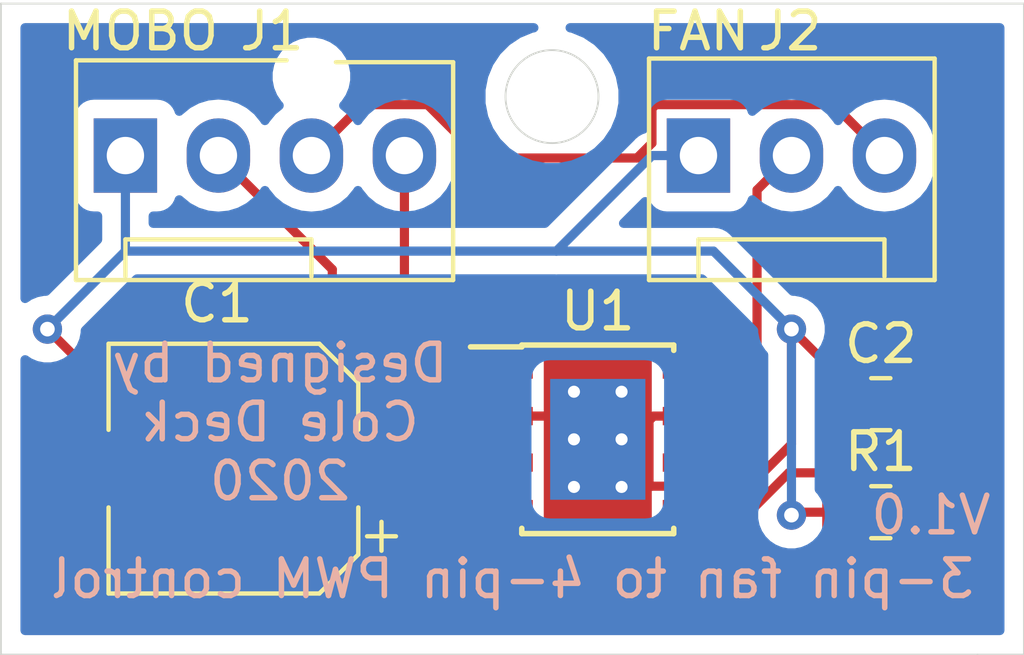
<source format=kicad_pcb>
(kicad_pcb (version 20171130) (host pcbnew 5.1.6)

  (general
    (thickness 1.6)
    (drawings 11)
    (tracks 63)
    (zones 0)
    (modules 6)
    (nets 8)
  )

  (page A4)
  (layers
    (0 F.Cu signal)
    (31 B.Cu signal)
    (32 B.Adhes user)
    (33 F.Adhes user)
    (34 B.Paste user)
    (35 F.Paste user)
    (36 B.SilkS user)
    (37 F.SilkS user)
    (38 B.Mask user)
    (39 F.Mask user)
    (40 Dwgs.User user)
    (41 Cmts.User user)
    (42 Eco1.User user)
    (43 Eco2.User user)
    (44 Edge.Cuts user)
    (45 Margin user)
    (46 B.CrtYd user)
    (47 F.CrtYd user)
    (48 B.Fab user)
    (49 F.Fab user)
  )

  (setup
    (last_trace_width 0.25)
    (trace_clearance 0.25)
    (zone_clearance 0.508)
    (zone_45_only no)
    (trace_min 0.25)
    (via_size 0.8)
    (via_drill 0.4)
    (via_min_size 0.4)
    (via_min_drill 0.3)
    (uvia_size 0.3)
    (uvia_drill 0.1)
    (uvias_allowed no)
    (uvia_min_size 0.2)
    (uvia_min_drill 0.1)
    (edge_width 0.05)
    (segment_width 0.2)
    (pcb_text_width 0.3)
    (pcb_text_size 1.5 1.5)
    (mod_edge_width 0.12)
    (mod_text_size 1 1)
    (mod_text_width 0.15)
    (pad_size 1.524 1.524)
    (pad_drill 0.762)
    (pad_to_mask_clearance 0.0508)
    (solder_mask_min_width 0.101)
    (aux_axis_origin 0 0)
    (visible_elements FFFFFF7F)
    (pcbplotparams
      (layerselection 0x010e0_ffffffff)
      (usegerberextensions false)
      (usegerberattributes true)
      (usegerberadvancedattributes true)
      (creategerberjobfile true)
      (excludeedgelayer true)
      (linewidth 0.100000)
      (plotframeref false)
      (viasonmask false)
      (mode 1)
      (useauxorigin false)
      (hpglpennumber 1)
      (hpglpenspeed 20)
      (hpglpendiameter 15.000000)
      (psnegative false)
      (psa4output false)
      (plotreference true)
      (plotvalue true)
      (plotinvisibletext false)
      (padsonsilk false)
      (subtractmaskfromsilk false)
      (outputformat 1)
      (mirror false)
      (drillshape 0)
      (scaleselection 1)
      (outputdirectory "./"))
  )

  (net 0 "")
  (net 1 "Net-(J1-Pad3)")
  (net 2 "Net-(J1-Pad4)")
  (net 3 "Net-(J2-Pad2)")
  (net 4 "Net-(R1-Pad2)")
  (net 5 GND)
  (net 6 "Net-(C1-Pad1)")
  (net 7 /NC)

  (net_class Default "This is the default net class."
    (clearance 0.25)
    (trace_width 0.25)
    (via_dia 0.8)
    (via_drill 0.4)
    (uvia_dia 0.3)
    (uvia_drill 0.1)
    (diff_pair_width 0.25)
    (diff_pair_gap 0.25)
    (add_net /NC)
    (add_net GND)
    (add_net "Net-(C1-Pad1)")
    (add_net "Net-(J1-Pad3)")
    (add_net "Net-(J1-Pad4)")
    (add_net "Net-(J2-Pad2)")
    (add_net "Net-(R1-Pad2)")
  )

  (module Capacitor_SMD:CP_Elec_6.3x7.7 (layer F.Cu) (tedit 5BCA39D0) (tstamp 5EF53F51)
    (at 146.05 97.79 180)
    (descr "SMD capacitor, aluminum electrolytic, Nichicon, 6.3x7.7mm")
    (tags "capacitor electrolytic")
    (path /5EF5816C)
    (attr smd)
    (fp_text reference C1 (at 0.45 4.52) (layer F.SilkS)
      (effects (font (size 1 1) (thickness 0.15)))
    )
    (fp_text value 22uF (at 0 4.35) (layer F.Fab)
      (effects (font (size 1 1) (thickness 0.15)))
    )
    (fp_text user %R (at 0 0 180) (layer F.Fab)
      (effects (font (size 1 1) (thickness 0.15)))
    )
    (fp_circle (center 0 0) (end 3.15 0) (layer F.Fab) (width 0.1))
    (fp_line (start 3.3 -3.3) (end 3.3 3.3) (layer F.Fab) (width 0.1))
    (fp_line (start -2.3 -3.3) (end 3.3 -3.3) (layer F.Fab) (width 0.1))
    (fp_line (start -2.3 3.3) (end 3.3 3.3) (layer F.Fab) (width 0.1))
    (fp_line (start -3.3 -2.3) (end -3.3 2.3) (layer F.Fab) (width 0.1))
    (fp_line (start -3.3 -2.3) (end -2.3 -3.3) (layer F.Fab) (width 0.1))
    (fp_line (start -3.3 2.3) (end -2.3 3.3) (layer F.Fab) (width 0.1))
    (fp_line (start -2.704838 -1.33) (end -2.074838 -1.33) (layer F.Fab) (width 0.1))
    (fp_line (start -2.389838 -1.645) (end -2.389838 -1.015) (layer F.Fab) (width 0.1))
    (fp_line (start 3.41 3.41) (end 3.41 1.06) (layer F.SilkS) (width 0.12))
    (fp_line (start 3.41 -3.41) (end 3.41 -1.06) (layer F.SilkS) (width 0.12))
    (fp_line (start -2.345563 -3.41) (end 3.41 -3.41) (layer F.SilkS) (width 0.12))
    (fp_line (start -2.345563 3.41) (end 3.41 3.41) (layer F.SilkS) (width 0.12))
    (fp_line (start -3.41 2.345563) (end -3.41 1.06) (layer F.SilkS) (width 0.12))
    (fp_line (start -3.41 -2.345563) (end -3.41 -1.06) (layer F.SilkS) (width 0.12))
    (fp_line (start -3.41 -2.345563) (end -2.345563 -3.41) (layer F.SilkS) (width 0.12))
    (fp_line (start -3.41 2.345563) (end -2.345563 3.41) (layer F.SilkS) (width 0.12))
    (fp_line (start -4.4375 -1.8475) (end -3.65 -1.8475) (layer F.SilkS) (width 0.12))
    (fp_line (start -4.04375 -2.24125) (end -4.04375 -1.45375) (layer F.SilkS) (width 0.12))
    (fp_line (start 3.55 -3.55) (end 3.55 -1.05) (layer F.CrtYd) (width 0.05))
    (fp_line (start 3.55 -1.05) (end 4.7 -1.05) (layer F.CrtYd) (width 0.05))
    (fp_line (start 4.7 -1.05) (end 4.7 1.05) (layer F.CrtYd) (width 0.05))
    (fp_line (start 4.7 1.05) (end 3.55 1.05) (layer F.CrtYd) (width 0.05))
    (fp_line (start 3.55 1.05) (end 3.55 3.55) (layer F.CrtYd) (width 0.05))
    (fp_line (start -2.4 3.55) (end 3.55 3.55) (layer F.CrtYd) (width 0.05))
    (fp_line (start -2.4 -3.55) (end 3.55 -3.55) (layer F.CrtYd) (width 0.05))
    (fp_line (start -3.55 2.4) (end -2.4 3.55) (layer F.CrtYd) (width 0.05))
    (fp_line (start -3.55 -2.4) (end -2.4 -3.55) (layer F.CrtYd) (width 0.05))
    (fp_line (start -3.55 -2.4) (end -3.55 -1.05) (layer F.CrtYd) (width 0.05))
    (fp_line (start -3.55 1.05) (end -3.55 2.4) (layer F.CrtYd) (width 0.05))
    (fp_line (start -3.55 -1.05) (end -4.7 -1.05) (layer F.CrtYd) (width 0.05))
    (fp_line (start -4.7 -1.05) (end -4.7 1.05) (layer F.CrtYd) (width 0.05))
    (fp_line (start -4.7 1.05) (end -3.55 1.05) (layer F.CrtYd) (width 0.05))
    (pad 2 smd roundrect (at 2.7 0 180) (size 3.5 1.6) (layers F.Cu F.Paste F.Mask) (roundrect_rratio 0.15625)
      (net 5 GND))
    (pad 1 smd roundrect (at -2.7 0 180) (size 3.5 1.6) (layers F.Cu F.Paste F.Mask) (roundrect_rratio 0.15625)
      (net 6 "Net-(C1-Pad1)"))
    (model ${KISYS3DMOD}/Capacitor_SMD.3dshapes/CP_Elec_6.3x7.7.wrl
      (at (xyz 0 0 0))
      (scale (xyz 1 1 1))
      (rotate (xyz 0 0 0))
    )
  )

  (module Package_SO:Texas_HTSOP-8-1EP_3.9x4.9mm_P1.27mm_EP2.95x4.9mm_Mask2.4x3.1mm_ThermalVias (layer F.Cu) (tedit 5B0C20CF) (tstamp 5EF53FD3)
    (at 156 96.99)
    (descr "8-pin HTSOP package with 1.27mm pin pitch, compatible with SOIC-8, 3.9x4.9mm body, exposed pad, thermal vias, http://www.ti.com/lit/ds/symlink/drv8870.pdf")
    (tags "HTSOP 1.27")
    (path /5EF4C84C)
    (solder_mask_margin 0.07)
    (attr smd)
    (fp_text reference U1 (at 0 -3.5) (layer F.SilkS)
      (effects (font (size 1 1) (thickness 0.15)))
    )
    (fp_text value DRV8871DDA (at 0 3.5) (layer F.Fab)
      (effects (font (size 1 1) (thickness 0.15)))
    )
    (fp_line (start -2.075 -2.525) (end -3.475 -2.525) (layer F.SilkS) (width 0.15))
    (fp_line (start -2.075 2.575) (end 2.075 2.575) (layer F.SilkS) (width 0.15))
    (fp_line (start -2.075 -2.575) (end 2.075 -2.575) (layer F.SilkS) (width 0.15))
    (fp_line (start -2.075 2.575) (end -2.075 2.43) (layer F.SilkS) (width 0.15))
    (fp_line (start 2.075 2.575) (end 2.075 2.43) (layer F.SilkS) (width 0.15))
    (fp_line (start 2.075 -2.575) (end 2.075 -2.43) (layer F.SilkS) (width 0.15))
    (fp_line (start -2.075 -2.575) (end -2.075 -2.525) (layer F.SilkS) (width 0.15))
    (fp_line (start -4.2 2.75) (end 4.2 2.75) (layer F.CrtYd) (width 0.05))
    (fp_line (start -4.2 -2.75) (end 4.2 -2.75) (layer F.CrtYd) (width 0.05))
    (fp_line (start 4.2 -2.75) (end 4.2 2.75) (layer F.CrtYd) (width 0.05))
    (fp_line (start -4.2 -2.75) (end -4.2 2.75) (layer F.CrtYd) (width 0.05))
    (fp_line (start -1.95 -1.45) (end -0.95 -2.45) (layer F.Fab) (width 0.15))
    (fp_line (start -1.95 2.45) (end -1.95 -1.45) (layer F.Fab) (width 0.15))
    (fp_line (start 1.95 2.45) (end -1.95 2.45) (layer F.Fab) (width 0.15))
    (fp_line (start 1.95 -2.45) (end 1.95 2.45) (layer F.Fab) (width 0.15))
    (fp_line (start -0.95 -2.45) (end 1.95 -2.45) (layer F.Fab) (width 0.15))
    (fp_text user %R (at 0 0) (layer F.Fab)
      (effects (font (size 0.9 0.9) (thickness 0.135)))
    )
    (pad 9 thru_hole circle (at 0.65 1.3) (size 0.63 0.63) (drill 0.33) (layers *.Cu *.Mask)
      (net 5 GND))
    (pad 9 thru_hole circle (at -0.65 1.3) (size 0.63 0.63) (drill 0.33) (layers *.Cu *.Mask)
      (net 5 GND))
    (pad 9 thru_hole circle (at 0.65 -1.3) (size 0.63 0.63) (drill 0.33) (layers *.Cu *.Mask)
      (net 5 GND))
    (pad 9 thru_hole circle (at 0.65 0) (size 0.63 0.63) (drill 0.33) (layers *.Cu *.Mask)
      (net 5 GND))
    (pad 9 thru_hole circle (at -0.65 0) (size 0.63 0.63) (drill 0.33) (layers *.Cu *.Mask)
      (net 5 GND))
    (pad 9 thru_hole circle (at -0.65 -1.3) (size 0.63 0.63) (drill 0.33) (layers *.Cu *.Mask)
      (net 5 GND))
    (pad 9 smd rect (at 0 0) (size 2.95 4.9) (layers F.Cu)
      (net 5 GND))
    (pad 8 smd rect (at 2.875 -1.905) (size 2.2 0.5) (layers F.Cu F.Paste F.Mask)
      (net 7 /NC))
    (pad 7 smd rect (at 2.875 -0.635) (size 2.2 0.5) (layers F.Cu F.Paste F.Mask)
      (net 5 GND))
    (pad 6 smd rect (at 2.875 0.635) (size 2.2 0.5) (layers F.Cu F.Paste F.Mask)
      (net 3 "Net-(J2-Pad2)"))
    (pad 5 smd rect (at 2.875 1.905) (size 2.2 0.5) (layers F.Cu F.Paste F.Mask)
      (net 6 "Net-(C1-Pad1)"))
    (pad 4 smd rect (at -2.875 1.905) (size 2.2 0.5) (layers F.Cu F.Paste F.Mask)
      (net 4 "Net-(R1-Pad2)"))
    (pad 3 smd rect (at -2.875 0.635) (size 2.2 0.5) (layers F.Cu F.Paste F.Mask)
      (net 2 "Net-(J1-Pad4)"))
    (pad 2 smd rect (at -2.875 -0.635) (size 2.2 0.5) (layers F.Cu F.Paste F.Mask)
      (net 5 GND))
    (pad 1 smd rect (at -2.875 -1.905) (size 2.2 0.5) (layers F.Cu F.Paste F.Mask)
      (net 5 GND))
    (pad 9 smd rect (at 0 0) (size 2.6 3.3) (layers B.Cu)
      (net 5 GND))
    (pad "" smd rect (at 0 0) (size 2.4 3.1) (layers F.Mask))
    (pad "" smd rect (at 0 0) (size 2.4 3.1) (layers F.Paste))
    (model ${KISYS3DMOD}/Package_SO.3dshapes/Texas_HTSOP-8-1EP_3.9x4.9mm_P1.27mm_EP2.85x4.9mm_Mask2.4x3.1mm_ThermalVias.wrl
      (at (xyz 0 0 0))
      (scale (xyz 1 1 1))
      (rotate (xyz 0 0 0))
    )
  )

  (module Resistor_SMD:R_0805_2012Metric_Pad1.15x1.40mm_HandSolder (layer F.Cu) (tedit 5B36C52B) (tstamp 5EF53FAC)
    (at 163.73 98.98)
    (descr "Resistor SMD 0805 (2012 Metric), square (rectangular) end terminal, IPC_7351 nominal with elongated pad for handsoldering. (Body size source: https://docs.google.com/spreadsheets/d/1BsfQQcO9C6DZCsRaXUlFlo91Tg2WpOkGARC1WS5S8t0/edit?usp=sharing), generated with kicad-footprint-generator")
    (tags "resistor handsolder")
    (path /5EF53253)
    (attr smd)
    (fp_text reference R1 (at 0 -1.65) (layer F.SilkS)
      (effects (font (size 1 1) (thickness 0.15)))
    )
    (fp_text value 30k (at 0 1.65) (layer F.Fab)
      (effects (font (size 1 1) (thickness 0.15)))
    )
    (fp_line (start 1.85 0.95) (end -1.85 0.95) (layer F.CrtYd) (width 0.05))
    (fp_line (start 1.85 -0.95) (end 1.85 0.95) (layer F.CrtYd) (width 0.05))
    (fp_line (start -1.85 -0.95) (end 1.85 -0.95) (layer F.CrtYd) (width 0.05))
    (fp_line (start -1.85 0.95) (end -1.85 -0.95) (layer F.CrtYd) (width 0.05))
    (fp_line (start -0.261252 0.71) (end 0.261252 0.71) (layer F.SilkS) (width 0.12))
    (fp_line (start -0.261252 -0.71) (end 0.261252 -0.71) (layer F.SilkS) (width 0.12))
    (fp_line (start 1 0.6) (end -1 0.6) (layer F.Fab) (width 0.1))
    (fp_line (start 1 -0.6) (end 1 0.6) (layer F.Fab) (width 0.1))
    (fp_line (start -1 -0.6) (end 1 -0.6) (layer F.Fab) (width 0.1))
    (fp_line (start -1 0.6) (end -1 -0.6) (layer F.Fab) (width 0.1))
    (fp_text user %R (at 0 0) (layer F.Fab)
      (effects (font (size 0.5 0.5) (thickness 0.08)))
    )
    (pad 2 smd roundrect (at 1.025 0) (size 1.15 1.4) (layers F.Cu F.Paste F.Mask) (roundrect_rratio 0.217391)
      (net 4 "Net-(R1-Pad2)"))
    (pad 1 smd roundrect (at -1.025 0) (size 1.15 1.4) (layers F.Cu F.Paste F.Mask) (roundrect_rratio 0.217391)
      (net 5 GND))
    (model ${KISYS3DMOD}/Resistor_SMD.3dshapes/R_0805_2012Metric.wrl
      (at (xyz 0 0 0))
      (scale (xyz 1 1 1))
      (rotate (xyz 0 0 0))
    )
  )

  (module Connector:FanPinHeader_1x03_P2.54mm_Vertical (layer F.Cu) (tedit 5A19DCDF) (tstamp 5EF53F9B)
    (at 158.75 89.24)
    (descr "3-pin CPU fan Through hole pin header, see http://www.formfactors.org/developer%5Cspecs%5Crev1_2_public.pdf")
    (tags "pin header 3-pin CPU fan")
    (path /5EF5B9F5)
    (fp_text reference J2 (at 2.5 -3.4) (layer F.SilkS)
      (effects (font (size 1 1) (thickness 0.15)))
    )
    (fp_text value Conn_01x03 (at 2.55 4.5) (layer F.Fab)
      (effects (font (size 1 1) (thickness 0.15)))
    )
    (fp_line (start 6.85 -3.05) (end 6.85 3.8) (layer F.CrtYd) (width 0.05))
    (fp_line (start 6.85 -3.05) (end -1.75 -3.05) (layer F.CrtYd) (width 0.05))
    (fp_line (start -1.75 3.8) (end 6.85 3.8) (layer F.CrtYd) (width 0.05))
    (fp_line (start -1.75 3.8) (end -1.75 -3.05) (layer F.CrtYd) (width 0.05))
    (fp_line (start 5.08 2.29) (end 5.08 3.3) (layer F.SilkS) (width 0.12))
    (fp_line (start 0 2.29) (end 5.08 2.29) (layer F.SilkS) (width 0.12))
    (fp_line (start 0 3.3) (end 0 2.29) (layer F.SilkS) (width 0.12))
    (fp_line (start 6.35 3.3) (end -1.25 3.3) (layer F.Fab) (width 0.1))
    (fp_line (start 6.35 -2.55) (end 6.35 3.3) (layer F.Fab) (width 0.1))
    (fp_line (start -1.25 -2.55) (end 6.35 -2.55) (layer F.Fab) (width 0.1))
    (fp_line (start -1.25 3.3) (end -1.25 -2.55) (layer F.Fab) (width 0.1))
    (fp_line (start 0 2.3) (end 0 3.3) (layer F.Fab) (width 0.1))
    (fp_line (start 5.05 2.3) (end 0 2.3) (layer F.Fab) (width 0.1))
    (fp_line (start 5.05 3.3) (end 5.05 2.3) (layer F.Fab) (width 0.1))
    (fp_line (start 6.45 3.4) (end -1.35 3.4) (layer F.SilkS) (width 0.12))
    (fp_line (start 6.45 -2.65) (end 6.45 3.4) (layer F.SilkS) (width 0.12))
    (fp_line (start -1.35 -2.65) (end 6.45 -2.65) (layer F.SilkS) (width 0.12))
    (fp_line (start -1.35 3.4) (end -1.35 -2.65) (layer F.SilkS) (width 0.12))
    (fp_text user %R (at 2.45 1.8) (layer F.Fab)
      (effects (font (size 1 1) (thickness 0.15)))
    )
    (pad 3 thru_hole oval (at 5.08 0 90) (size 2.03 1.73) (drill 1.02) (layers *.Cu *.Mask)
      (net 1 "Net-(J1-Pad3)"))
    (pad 2 thru_hole oval (at 2.54 0 90) (size 2.03 1.73) (drill 1.02) (layers *.Cu *.Mask)
      (net 3 "Net-(J2-Pad2)"))
    (pad 1 thru_hole rect (at 0 0 90) (size 2.03 1.73) (drill 1.02) (layers *.Cu *.Mask)
      (net 5 GND))
    (model ${KISYS3DMOD}/Connector.3dshapes/FanPinHeader_1x03_P2.54mm_Vertical.wrl
      (at (xyz 0 0 0))
      (scale (xyz 1 1 1))
      (rotate (xyz 0 0 0))
    )
  )

  (module Connector:FanPinHeader_1x04_P2.54mm_Vertical (layer F.Cu) (tedit 5A19DE55) (tstamp 5EF53F81)
    (at 143.1 89.24)
    (descr "4-pin CPU fan Through hole pin header, e.g. for Wieson part number 2366C888-007 Molex 47053-1000, Foxconn HF27040-M1, Tyco 1470947-1 or equivalent, see http://www.formfactors.org/developer%5Cspecs%5Crev1_2_public.pdf")
    (tags "pin header 4-pin CPU fan")
    (path /5EF55347)
    (fp_text reference J1 (at 4 -3.4) (layer F.SilkS)
      (effects (font (size 1 1) (thickness 0.15)))
    )
    (fp_text value Conn_01x04 (at 4.05 4.35) (layer F.Fab)
      (effects (font (size 1 1) (thickness 0.15)))
    )
    (fp_line (start 9.35 -3.2) (end 9.35 3.8) (layer F.CrtYd) (width 0.05))
    (fp_line (start 9.35 -3.2) (end -1.75 -3.2) (layer F.CrtYd) (width 0.05))
    (fp_line (start -1.75 3.8) (end 9.35 3.8) (layer F.CrtYd) (width 0.05))
    (fp_line (start -1.75 3.8) (end -1.75 -3.2) (layer F.CrtYd) (width 0.05))
    (fp_line (start 5.08 2.29) (end 5.08 3.3) (layer F.SilkS) (width 0.12))
    (fp_line (start 0 2.29) (end 5.08 2.29) (layer F.SilkS) (width 0.12))
    (fp_line (start 0 3.3) (end 0 2.29) (layer F.SilkS) (width 0.12))
    (fp_line (start -1.25 -2.5) (end 4.4 -2.5) (layer F.Fab) (width 0.1))
    (fp_line (start -1.25 3.3) (end -1.25 -2.5) (layer F.Fab) (width 0.1))
    (fp_line (start -1.2 3.3) (end -1.25 3.3) (layer F.Fab) (width 0.1))
    (fp_line (start 8.85 3.3) (end -1.2 3.3) (layer F.Fab) (width 0.1))
    (fp_line (start 8.85 -2.5) (end 8.85 3.3) (layer F.Fab) (width 0.1))
    (fp_line (start 5.75 -2.5) (end 8.85 -2.5) (layer F.Fab) (width 0.1))
    (fp_line (start 0 2.3) (end 0 3.3) (layer F.Fab) (width 0.1))
    (fp_line (start 5.1 2.3) (end 0 2.3) (layer F.Fab) (width 0.1))
    (fp_line (start 5.1 3.3) (end 5.1 2.3) (layer F.Fab) (width 0.1))
    (fp_line (start -1.35 3.4) (end -1.35 -2.6) (layer F.SilkS) (width 0.12))
    (fp_line (start 8.95 3.4) (end -1.35 3.4) (layer F.SilkS) (width 0.12))
    (fp_line (start 8.95 -2.55) (end 8.95 3.4) (layer F.SilkS) (width 0.12))
    (fp_line (start 5.75 -2.55) (end 8.95 -2.55) (layer F.SilkS) (width 0.12))
    (fp_line (start -1.35 -2.6) (end 4.4 -2.6) (layer F.SilkS) (width 0.12))
    (fp_text user %R (at 1.85 -1.75) (layer F.Fab)
      (effects (font (size 1 1) (thickness 0.15)))
    )
    (pad "" np_thru_hole circle (at 5.08 -2.16 90) (size 1.1 1.1) (drill 1.1) (layers *.Cu *.Mask))
    (pad 4 thru_hole oval (at 7.62 0 90) (size 2.03 1.73) (drill 1.02) (layers *.Cu *.Mask)
      (net 2 "Net-(J1-Pad4)"))
    (pad 3 thru_hole oval (at 5.08 0 90) (size 2.03 1.73) (drill 1.02) (layers *.Cu *.Mask)
      (net 1 "Net-(J1-Pad3)"))
    (pad 2 thru_hole oval (at 2.54 0 90) (size 2.03 1.73) (drill 1.02) (layers *.Cu *.Mask)
      (net 6 "Net-(C1-Pad1)"))
    (pad 1 thru_hole rect (at 0 0 90) (size 2.03 1.73) (drill 1.02) (layers *.Cu *.Mask)
      (net 5 GND))
    (model ${KISYS3DMOD}/Connector.3dshapes/FanPinHeader_1x04_P2.54mm_Vertical.wrl
      (at (xyz 0 0 0))
      (scale (xyz 1 1 1))
      (rotate (xyz 0 0 0))
    )
  )

  (module Capacitor_SMD:C_0805_2012Metric_Pad1.15x1.40mm_HandSolder (layer F.Cu) (tedit 5B36C52B) (tstamp 5EF53F62)
    (at 163.73 96.03)
    (descr "Capacitor SMD 0805 (2012 Metric), square (rectangular) end terminal, IPC_7351 nominal with elongated pad for handsoldering. (Body size source: https://docs.google.com/spreadsheets/d/1BsfQQcO9C6DZCsRaXUlFlo91Tg2WpOkGARC1WS5S8t0/edit?usp=sharing), generated with kicad-footprint-generator")
    (tags "capacitor handsolder")
    (path /5EF55235)
    (attr smd)
    (fp_text reference C2 (at 0 -1.65) (layer F.SilkS)
      (effects (font (size 1 1) (thickness 0.15)))
    )
    (fp_text value 0.1uF (at 0 1.65) (layer F.Fab)
      (effects (font (size 1 1) (thickness 0.15)))
    )
    (fp_line (start 1.85 0.95) (end -1.85 0.95) (layer F.CrtYd) (width 0.05))
    (fp_line (start 1.85 -0.95) (end 1.85 0.95) (layer F.CrtYd) (width 0.05))
    (fp_line (start -1.85 -0.95) (end 1.85 -0.95) (layer F.CrtYd) (width 0.05))
    (fp_line (start -1.85 0.95) (end -1.85 -0.95) (layer F.CrtYd) (width 0.05))
    (fp_line (start -0.261252 0.71) (end 0.261252 0.71) (layer F.SilkS) (width 0.12))
    (fp_line (start -0.261252 -0.71) (end 0.261252 -0.71) (layer F.SilkS) (width 0.12))
    (fp_line (start 1 0.6) (end -1 0.6) (layer F.Fab) (width 0.1))
    (fp_line (start 1 -0.6) (end 1 0.6) (layer F.Fab) (width 0.1))
    (fp_line (start -1 -0.6) (end 1 -0.6) (layer F.Fab) (width 0.1))
    (fp_line (start -1 0.6) (end -1 -0.6) (layer F.Fab) (width 0.1))
    (fp_text user %R (at 0 0) (layer F.Fab)
      (effects (font (size 0.5 0.5) (thickness 0.08)))
    )
    (pad 2 smd roundrect (at 1.025 0) (size 1.15 1.4) (layers F.Cu F.Paste F.Mask) (roundrect_rratio 0.217391)
      (net 6 "Net-(C1-Pad1)"))
    (pad 1 smd roundrect (at -1.025 0) (size 1.15 1.4) (layers F.Cu F.Paste F.Mask) (roundrect_rratio 0.217391)
      (net 5 GND))
    (model ${KISYS3DMOD}/Capacitor_SMD.3dshapes/C_0805_2012Metric.wrl
      (at (xyz 0 0 0))
      (scale (xyz 1 1 1))
      (rotate (xyz 0 0 0))
    )
  )

  (gr_text V1.0 (at 165.1 99.06) (layer B.SilkS)
    (effects (font (size 1 1) (thickness 0.15)) (justify mirror))
  )
  (gr_text "Designed by\nCole Deck\n2020" (at 147.32 96.52) (layer B.SilkS)
    (effects (font (size 1 1) (thickness 0.15)) (justify mirror))
  )
  (gr_text "3-pin fan to 4-pin PWM control" (at 153.67 100.8) (layer B.SilkS)
    (effects (font (size 1 1) (thickness 0.15)) (justify mirror))
  )
  (gr_text FAN (at 158.75 85.84) (layer F.SilkS)
    (effects (font (size 1 1) (thickness 0.15)))
  )
  (gr_text MOBO (at 143.51 85.84) (layer F.SilkS)
    (effects (font (size 1 1) (thickness 0.15)))
  )
  (gr_circle (center 154.75 87.63) (end 156.02 87.63) (layer Edge.Cuts) (width 0.05))
  (gr_line (start 167.64 85.09) (end 139.7 85.09) (layer Edge.Cuts) (width 0.05) (tstamp 5EF541C8))
  (gr_line (start 167.64 102.87) (end 167.64 85.09) (layer Edge.Cuts) (width 0.05))
  (gr_line (start 166.37 102.87) (end 167.64 102.87) (layer Edge.Cuts) (width 0.05))
  (gr_line (start 139.7 102.87) (end 166.37 102.87) (layer Edge.Cuts) (width 0.05))
  (gr_line (start 139.7 85.09) (end 139.7 102.87) (layer Edge.Cuts) (width 0.05))

  (segment (start 148.18 89.24) (end 148.18 89.39) (width 0.25) (layer F.Cu) (net 1))
  (segment (start 149.57001 87.84999) (end 151.34999 87.84999) (width 0.25) (layer F.Cu) (net 1))
  (segment (start 148.18 89.24) (end 149.57001 87.84999) (width 0.25) (layer F.Cu) (net 1))
  (segment (start 152.806703 89.306703) (end 157.073297 89.306703) (width 0.25) (layer F.Cu) (net 1))
  (segment (start 151.34999 87.84999) (end 152.806703 89.306703) (width 0.25) (layer F.Cu) (net 1))
  (segment (start 157.073297 89.306703) (end 157.48 88.9) (width 0.25) (layer F.Cu) (net 1))
  (segment (start 162.43999 87.84999) (end 163.83 89.24) (width 0.25) (layer F.Cu) (net 1))
  (segment (start 157.585008 87.84999) (end 162.43999 87.84999) (width 0.25) (layer F.Cu) (net 1))
  (segment (start 157.48 87.954998) (end 157.585008 87.84999) (width 0.25) (layer F.Cu) (net 1))
  (segment (start 157.48 88.9) (end 157.48 87.954998) (width 0.25) (layer F.Cu) (net 1))
  (segment (start 150.72 96.57) (end 151.775 97.625) (width 0.25) (layer F.Cu) (net 2))
  (segment (start 151.775 97.625) (end 153.125 97.625) (width 0.25) (layer F.Cu) (net 2))
  (segment (start 150.72 89.39) (end 150.72 96.57) (width 0.25) (layer F.Cu) (net 2))
  (segment (start 159.630002 97.625) (end 158.875 97.625) (width 0.25) (layer F.Cu) (net 3))
  (segment (start 160.350001 96.905001) (end 159.630002 97.625) (width 0.25) (layer F.Cu) (net 3))
  (segment (start 161.29 89.24) (end 161.620001 89.570001) (width 0.25) (layer F.Cu) (net 3))
  (segment (start 160.350001 90.179999) (end 161.29 89.24) (width 0.25) (layer F.Cu) (net 3))
  (segment (start 160.350001 96.905001) (end 160.350001 90.179999) (width 0.25) (layer F.Cu) (net 3))
  (segment (start 164.755 98.98) (end 164.755 99.405) (width 0.25) (layer F.Cu) (net 4))
  (segment (start 164.755 99.405) (end 163.83 100.33) (width 0.25) (layer F.Cu) (net 4))
  (segment (start 153.304998 98.895) (end 153.125 98.895) (width 0.25) (layer F.Cu) (net 4))
  (segment (start 154.739998 100.33) (end 153.304998 98.895) (width 0.25) (layer F.Cu) (net 4))
  (segment (start 163.83 100.33) (end 154.739998 100.33) (width 0.25) (layer F.Cu) (net 4))
  (segment (start 143.35 97.79) (end 143.51 97.79) (width 0.25) (layer F.Cu) (net 5))
  (via (at 140.97 93.98) (size 0.8) (drill 0.4) (layers F.Cu B.Cu) (net 5))
  (segment (start 143.1 91.85) (end 140.97 93.98) (width 0.25) (layer B.Cu) (net 5))
  (segment (start 143.1 89.39) (end 143.1 91.85) (width 0.25) (layer B.Cu) (net 5))
  (segment (start 140.97 93.98) (end 143.35 96.36) (width 0.25) (layer F.Cu) (net 5))
  (segment (start 154.87 91.85) (end 143.1 91.85) (width 0.25) (layer B.Cu) (net 5))
  (segment (start 157.48 89.24) (end 154.87 91.85) (width 0.25) (layer B.Cu) (net 5))
  (segment (start 162.705 95.395) (end 161.29 93.98) (width 0.25) (layer F.Cu) (net 5))
  (via (at 161.29 93.98) (size 0.8) (drill 0.4) (layers F.Cu B.Cu) (net 5))
  (segment (start 162.705 96.03) (end 162.705 95.395) (width 0.25) (layer F.Cu) (net 5))
  (segment (start 159.16 91.85) (end 154.87 91.85) (width 0.25) (layer B.Cu) (net 5))
  (segment (start 161.29 93.98) (end 159.16 91.85) (width 0.25) (layer B.Cu) (net 5))
  (segment (start 161.29 97.12288) (end 161.29 93.98) (width 0.25) (layer F.Cu) (net 5))
  (segment (start 160.142881 98.269999) (end 161.29 97.12288) (width 0.25) (layer F.Cu) (net 5))
  (segment (start 157.474999 98.269999) (end 160.142881 98.269999) (width 0.25) (layer F.Cu) (net 5))
  (segment (start 157.399999 98.194999) (end 157.474999 98.269999) (width 0.25) (layer F.Cu) (net 5))
  (segment (start 157.399999 96.480001) (end 157.399999 98.194999) (width 0.25) (layer F.Cu) (net 5))
  (segment (start 157.525 96.355) (end 157.399999 96.480001) (width 0.25) (layer F.Cu) (net 5))
  (segment (start 158.875 96.355) (end 157.525 96.355) (width 0.25) (layer F.Cu) (net 5))
  (segment (start 153.125 96.355) (end 153.125 95.085) (width 0.25) (layer F.Cu) (net 5))
  (segment (start 155.365 96.355) (end 156 96.99) (width 0.25) (layer F.Cu) (net 5))
  (segment (start 153.125 96.355) (end 155.365 96.355) (width 0.25) (layer F.Cu) (net 5))
  (via (at 161.29 99.06) (size 0.8) (drill 0.4) (layers F.Cu B.Cu) (net 5))
  (segment (start 161.37 98.98) (end 161.29 99.06) (width 0.25) (layer F.Cu) (net 5))
  (segment (start 162.705 98.98) (end 161.37 98.98) (width 0.25) (layer F.Cu) (net 5))
  (segment (start 161.29 99.06) (end 161.29 93.98) (width 0.25) (layer B.Cu) (net 5))
  (segment (start 143.35 98.05) (end 143.8 98.5) (width 0.25) (layer F.Cu) (net 5))
  (segment (start 143.35 96.36) (end 143.35 98.05) (width 0.25) (layer F.Cu) (net 5))
  (segment (start 157.48 89.24) (end 158.75 89.24) (width 0.25) (layer B.Cu) (net 5))
  (segment (start 160.225 98.895) (end 158.875 98.895) (width 0.25) (layer F.Cu) (net 6))
  (segment (start 161.21501 97.90499) (end 160.225 98.895) (width 0.25) (layer F.Cu) (net 6))
  (segment (start 162.88001 97.90499) (end 161.21501 97.90499) (width 0.25) (layer F.Cu) (net 6))
  (segment (start 164.755 96.03) (end 162.88001 97.90499) (width 0.25) (layer F.Cu) (net 6))
  (segment (start 165.70501 99.68889) (end 164.56389 100.83001) (width 0.25) (layer F.Cu) (net 6))
  (segment (start 165.70501 96.98001) (end 165.70501 99.68889) (width 0.25) (layer F.Cu) (net 6))
  (segment (start 164.755 96.03) (end 165.70501 96.98001) (width 0.25) (layer F.Cu) (net 6))
  (segment (start 151.79001 100.83001) (end 148.75 97.79) (width 0.25) (layer F.Cu) (net 6))
  (segment (start 164.56389 100.83001) (end 151.79001 100.83001) (width 0.25) (layer F.Cu) (net 6))
  (segment (start 148.75 92.35) (end 145.64 89.24) (width 0.25) (layer F.Cu) (net 6))
  (segment (start 148.75 97.79) (end 148.75 92.35) (width 0.25) (layer F.Cu) (net 6))

  (zone (net 0) (net_name "") (layer B.Cu) (tstamp 5EF5416F) (hatch edge 0.508)
    (connect_pads (clearance 0.508))
    (min_thickness 0.254)
    (fill yes (arc_segments 32) (thermal_gap 0.508) (thermal_bridge_width 0.508) (smoothing chamfer))
    (polygon
      (pts
        (xy 167.64 102.87) (xy 139.7 102.87) (xy 139.7 85.09) (xy 167.64 85.09)
      )
    )
    (filled_polygon
      (pts
        (xy 154.183945 85.763966) (xy 153.830776 85.910254) (xy 153.512933 86.12263) (xy 153.24263 86.392933) (xy 153.030254 86.710776)
        (xy 152.883966 87.063945) (xy 152.80939 87.438867) (xy 152.80939 87.821133) (xy 152.883966 88.196055) (xy 153.030254 88.549224)
        (xy 153.24263 88.867067) (xy 153.512933 89.13737) (xy 153.830776 89.349746) (xy 154.183945 89.496034) (xy 154.558867 89.57061)
        (xy 154.941133 89.57061) (xy 155.316055 89.496034) (xy 155.669224 89.349746) (xy 155.987067 89.13737) (xy 156.25737 88.867067)
        (xy 156.469746 88.549224) (xy 156.616034 88.196055) (xy 156.69061 87.821133) (xy 156.69061 87.438867) (xy 156.616034 87.063945)
        (xy 156.469746 86.710776) (xy 156.25737 86.392933) (xy 155.987067 86.12263) (xy 155.669224 85.910254) (xy 155.316055 85.763966)
        (xy 155.245843 85.75) (xy 166.980001 85.75) (xy 166.98 102.21) (xy 140.36 102.21) (xy 140.36 95.34)
        (xy 154.061928 95.34) (xy 154.061928 98.64) (xy 154.074188 98.764482) (xy 154.110498 98.88418) (xy 154.169463 98.994494)
        (xy 154.248815 99.091185) (xy 154.345506 99.170537) (xy 154.45582 99.229502) (xy 154.575518 99.265812) (xy 154.7 99.278072)
        (xy 157.3 99.278072) (xy 157.424482 99.265812) (xy 157.54418 99.229502) (xy 157.654494 99.170537) (xy 157.751185 99.091185)
        (xy 157.830537 98.994494) (xy 157.889502 98.88418) (xy 157.925812 98.764482) (xy 157.938072 98.64) (xy 157.938072 95.34)
        (xy 157.925812 95.215518) (xy 157.889502 95.09582) (xy 157.830537 94.985506) (xy 157.751185 94.888815) (xy 157.654494 94.809463)
        (xy 157.54418 94.750498) (xy 157.424482 94.714188) (xy 157.3 94.701928) (xy 154.7 94.701928) (xy 154.575518 94.714188)
        (xy 154.45582 94.750498) (xy 154.345506 94.809463) (xy 154.248815 94.888815) (xy 154.169463 94.985506) (xy 154.110498 95.09582)
        (xy 154.074188 95.215518) (xy 154.061928 95.34) (xy 140.36 95.34) (xy 140.36 94.817195) (xy 140.479744 94.897205)
        (xy 140.668102 94.975226) (xy 140.868061 95.015) (xy 141.071939 95.015) (xy 141.271898 94.975226) (xy 141.460256 94.897205)
        (xy 141.629774 94.783937) (xy 141.773937 94.639774) (xy 141.887205 94.470256) (xy 141.965226 94.281898) (xy 142.005 94.081939)
        (xy 142.005 94.019801) (xy 143.414802 92.61) (xy 154.832678 92.61) (xy 154.87 92.613676) (xy 154.907322 92.61)
        (xy 158.845199 92.61) (xy 160.255 94.019802) (xy 160.255 94.081939) (xy 160.294774 94.281898) (xy 160.372795 94.470256)
        (xy 160.486063 94.639774) (xy 160.530001 94.683712) (xy 160.53 98.356289) (xy 160.486063 98.400226) (xy 160.372795 98.569744)
        (xy 160.294774 98.758102) (xy 160.255 98.958061) (xy 160.255 99.161939) (xy 160.294774 99.361898) (xy 160.372795 99.550256)
        (xy 160.486063 99.719774) (xy 160.630226 99.863937) (xy 160.799744 99.977205) (xy 160.988102 100.055226) (xy 161.188061 100.095)
        (xy 161.391939 100.095) (xy 161.591898 100.055226) (xy 161.780256 99.977205) (xy 161.949774 99.863937) (xy 162.093937 99.719774)
        (xy 162.207205 99.550256) (xy 162.285226 99.361898) (xy 162.325 99.161939) (xy 162.325 98.958061) (xy 162.285226 98.758102)
        (xy 162.207205 98.569744) (xy 162.093937 98.400226) (xy 162.05 98.356289) (xy 162.05 94.683711) (xy 162.093937 94.639774)
        (xy 162.207205 94.470256) (xy 162.285226 94.281898) (xy 162.325 94.081939) (xy 162.325 93.878061) (xy 162.285226 93.678102)
        (xy 162.207205 93.489744) (xy 162.093937 93.320226) (xy 161.949774 93.176063) (xy 161.780256 93.062795) (xy 161.591898 92.984774)
        (xy 161.391939 92.945) (xy 161.329802 92.945) (xy 159.723804 91.339003) (xy 159.700001 91.309999) (xy 159.584276 91.215026)
        (xy 159.452247 91.144454) (xy 159.308986 91.100997) (xy 159.197333 91.09) (xy 159.197322 91.09) (xy 159.16 91.086324)
        (xy 159.122678 91.09) (xy 156.704802 91.09) (xy 157.295541 90.499261) (xy 157.354463 90.609494) (xy 157.433815 90.706185)
        (xy 157.530506 90.785537) (xy 157.64082 90.844502) (xy 157.760518 90.880812) (xy 157.885 90.893072) (xy 159.615 90.893072)
        (xy 159.739482 90.880812) (xy 159.85918 90.844502) (xy 159.969494 90.785537) (xy 160.066185 90.706185) (xy 160.145537 90.609494)
        (xy 160.204502 90.49918) (xy 160.21943 90.44997) (xy 160.224208 90.455792) (xy 160.452614 90.643238) (xy 160.713199 90.782524)
        (xy 160.99595 90.868295) (xy 161.29 90.897257) (xy 161.584051 90.868295) (xy 161.866802 90.782524) (xy 162.127387 90.643238)
        (xy 162.355792 90.455792) (xy 162.543238 90.227387) (xy 162.56 90.196028) (xy 162.576762 90.227387) (xy 162.764208 90.455792)
        (xy 162.992614 90.643238) (xy 163.253199 90.782524) (xy 163.53595 90.868295) (xy 163.83 90.897257) (xy 164.124051 90.868295)
        (xy 164.406802 90.782524) (xy 164.667387 90.643238) (xy 164.895792 90.455792) (xy 165.083238 90.227387) (xy 165.222524 89.966801)
        (xy 165.308295 89.68405) (xy 165.33 89.463679) (xy 165.33 89.01632) (xy 165.308295 88.795949) (xy 165.222524 88.513198)
        (xy 165.083238 88.252613) (xy 164.895792 88.024208) (xy 164.667386 87.836762) (xy 164.406801 87.697476) (xy 164.12405 87.611705)
        (xy 163.83 87.582743) (xy 163.535949 87.611705) (xy 163.253198 87.697476) (xy 162.992613 87.836762) (xy 162.764208 88.024208)
        (xy 162.576762 88.252614) (xy 162.56 88.283973) (xy 162.543238 88.252613) (xy 162.355792 88.024208) (xy 162.127386 87.836762)
        (xy 161.866801 87.697476) (xy 161.58405 87.611705) (xy 161.29 87.582743) (xy 160.995949 87.611705) (xy 160.713198 87.697476)
        (xy 160.452613 87.836762) (xy 160.224208 88.024208) (xy 160.21943 88.03003) (xy 160.204502 87.98082) (xy 160.145537 87.870506)
        (xy 160.066185 87.773815) (xy 159.969494 87.694463) (xy 159.85918 87.635498) (xy 159.739482 87.599188) (xy 159.615 87.586928)
        (xy 157.885 87.586928) (xy 157.760518 87.599188) (xy 157.64082 87.635498) (xy 157.530506 87.694463) (xy 157.433815 87.773815)
        (xy 157.354463 87.870506) (xy 157.295498 87.98082) (xy 157.259188 88.100518) (xy 157.246928 88.225) (xy 157.246928 88.516504)
        (xy 157.187753 88.534454) (xy 157.055724 88.605026) (xy 157.055722 88.605027) (xy 157.055723 88.605027) (xy 156.968996 88.676201)
        (xy 156.968992 88.676205) (xy 156.939999 88.699999) (xy 156.916205 88.728992) (xy 154.555199 91.09) (xy 143.86 91.09)
        (xy 143.86 90.893072) (xy 143.965 90.893072) (xy 144.089482 90.880812) (xy 144.20918 90.844502) (xy 144.319494 90.785537)
        (xy 144.416185 90.706185) (xy 144.495537 90.609494) (xy 144.554502 90.49918) (xy 144.56943 90.44997) (xy 144.574208 90.455792)
        (xy 144.802614 90.643238) (xy 145.063199 90.782524) (xy 145.34595 90.868295) (xy 145.64 90.897257) (xy 145.934051 90.868295)
        (xy 146.216802 90.782524) (xy 146.477387 90.643238) (xy 146.705792 90.455792) (xy 146.893238 90.227387) (xy 146.91 90.196028)
        (xy 146.926762 90.227387) (xy 147.114208 90.455792) (xy 147.342614 90.643238) (xy 147.603199 90.782524) (xy 147.88595 90.868295)
        (xy 148.18 90.897257) (xy 148.474051 90.868295) (xy 148.756802 90.782524) (xy 149.017387 90.643238) (xy 149.245792 90.455792)
        (xy 149.433238 90.227387) (xy 149.45 90.196028) (xy 149.466762 90.227387) (xy 149.654208 90.455792) (xy 149.882614 90.643238)
        (xy 150.143199 90.782524) (xy 150.42595 90.868295) (xy 150.72 90.897257) (xy 151.014051 90.868295) (xy 151.296802 90.782524)
        (xy 151.557387 90.643238) (xy 151.785792 90.455792) (xy 151.973238 90.227387) (xy 152.112524 89.966801) (xy 152.198295 89.68405)
        (xy 152.22 89.463679) (xy 152.22 89.01632) (xy 152.198295 88.795949) (xy 152.112524 88.513198) (xy 151.973238 88.252613)
        (xy 151.785792 88.024208) (xy 151.557386 87.836762) (xy 151.296801 87.697476) (xy 151.01405 87.611705) (xy 150.72 87.582743)
        (xy 150.425949 87.611705) (xy 150.143198 87.697476) (xy 149.882613 87.836762) (xy 149.654208 88.024208) (xy 149.466762 88.252614)
        (xy 149.45 88.283973) (xy 149.433238 88.252613) (xy 149.245792 88.024208) (xy 149.062257 87.873587) (xy 149.10045 87.835394)
        (xy 149.230134 87.641308) (xy 149.319461 87.425652) (xy 149.365 87.196712) (xy 149.365 86.963288) (xy 149.319461 86.734348)
        (xy 149.230134 86.518692) (xy 149.10045 86.324606) (xy 148.935394 86.15955) (xy 148.741308 86.029866) (xy 148.525652 85.940539)
        (xy 148.296712 85.895) (xy 148.063288 85.895) (xy 147.834348 85.940539) (xy 147.618692 86.029866) (xy 147.424606 86.15955)
        (xy 147.25955 86.324606) (xy 147.129866 86.518692) (xy 147.040539 86.734348) (xy 146.995 86.963288) (xy 146.995 87.196712)
        (xy 147.040539 87.425652) (xy 147.129866 87.641308) (xy 147.25955 87.835394) (xy 147.297742 87.873586) (xy 147.114208 88.024208)
        (xy 146.926762 88.252614) (xy 146.91 88.283973) (xy 146.893238 88.252613) (xy 146.705792 88.024208) (xy 146.477386 87.836762)
        (xy 146.216801 87.697476) (xy 145.93405 87.611705) (xy 145.64 87.582743) (xy 145.345949 87.611705) (xy 145.063198 87.697476)
        (xy 144.802613 87.836762) (xy 144.574208 88.024208) (xy 144.56943 88.03003) (xy 144.554502 87.98082) (xy 144.495537 87.870506)
        (xy 144.416185 87.773815) (xy 144.319494 87.694463) (xy 144.20918 87.635498) (xy 144.089482 87.599188) (xy 143.965 87.586928)
        (xy 142.235 87.586928) (xy 142.110518 87.599188) (xy 141.99082 87.635498) (xy 141.880506 87.694463) (xy 141.783815 87.773815)
        (xy 141.704463 87.870506) (xy 141.645498 87.98082) (xy 141.609188 88.100518) (xy 141.596928 88.225) (xy 141.596928 90.255)
        (xy 141.609188 90.379482) (xy 141.645498 90.49918) (xy 141.704463 90.609494) (xy 141.783815 90.706185) (xy 141.880506 90.785537)
        (xy 141.99082 90.844502) (xy 142.110518 90.880812) (xy 142.235 90.893072) (xy 142.340001 90.893072) (xy 142.340001 91.535197)
        (xy 140.930199 92.945) (xy 140.868061 92.945) (xy 140.668102 92.984774) (xy 140.479744 93.062795) (xy 140.36 93.142805)
        (xy 140.36 85.75) (xy 154.254157 85.75)
      )
    )
  )
)

</source>
